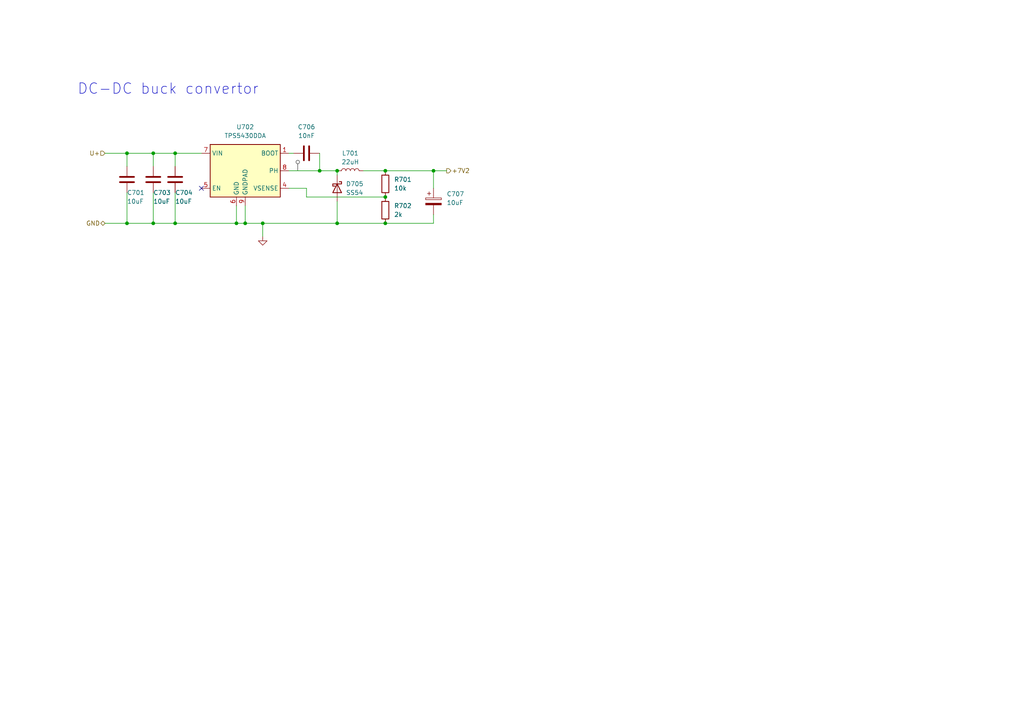
<source format=kicad_sch>
(kicad_sch (version 20231120) (generator "eeschema") (generator_version "7.99")
  (paper "A4")
  (lib_symbols
    (symbol "Device:C" (pin_numbers hide) (pin_names (offset 0.254))
      (property "Reference" "C" (at 0.635 2.54 0))
      (property "Value" "C" (at 0.635 -2.54 0))
      (symbol "C_0_1"
        (polyline (pts (xy -2.032 -0.762) (xy 2.032 -0.762)) (stroke (width 0.508)))
        (polyline (pts (xy -2.032 0.762) (xy 2.032 0.762)) (stroke (width 0.508)))
      )
      (symbol "C_1_1"
        (pin passive line (at 0 3.81 270) (length 2.794) (name "~") (number "1"))
        (pin passive line (at 0 -3.81 90) (length 2.794) (name "~") (number "2"))
      )
    )
    (symbol "Device:C_Polarized" (pin_numbers hide) (pin_names (offset 0.254))
      (property "Reference" "C" (at 0.635 2.54 0))
      (property "Value" "C_Polarized" (at 0.635 -2.54 0))
      (symbol "C_Polarized_0_1"
        (rectangle (start -2.286 0.508) (end 2.286 1.016))
        (polyline (pts (xy -1.778 2.286) (xy -0.762 2.286)))
        (polyline (pts (xy -1.27 2.794) (xy -1.27 1.778)))
        (rectangle (start 2.286 -0.508) (end -2.286 -1.016) (fill (type outline)))
      )
      (symbol "C_Polarized_1_1"
        (pin passive line (at 0 3.81 270) (length 2.794) (name "~") (number "1"))
        (pin passive line (at 0 -3.81 90) (length 2.794) (name "~") (number "2"))
      )
    )
    (symbol "Device:D_Schottky" (pin_numbers hide) (pin_names (offset 1.016) hide)
      (property "Reference" "D" (at 0 2.54 0))
      (property "Value" "D_Schottky" (at 0 -2.54 0))
      (symbol "D_Schottky_0_1"
        (polyline (pts (xy 1.27 0) (xy -1.27 0)))
        (polyline (pts (xy 1.27 1.27) (xy 1.27 -1.27) (xy -1.27 0) (xy 1.27 1.27)) (stroke (width 0.254)))
        (polyline (pts (xy -1.905 0.635) (xy -1.905 1.27) (xy -1.27 1.27) (xy -1.27 -1.27) (xy -0.635 -1.27) (xy -0.635 -0.635)) (stroke (width 0.254)))
      )
      (symbol "D_Schottky_1_1"
        (pin passive line (at -3.81 0 0) (length 2.54) (name "K") (number "1"))
        (pin passive line (at 3.81 0 180) (length 2.54) (name "A") (number "2"))
      )
    )
    (symbol "Device:L" (pin_numbers hide) (pin_names (offset 1.016) hide)
      (property "Reference" "L" (at -1.27 0 90))
      (property "Value" "L" (at 1.905 0 90))
      (symbol "L_0_1"
        (arc (start 0 -2.54) (mid 0.6323 -1.905) (end 0 -1.27))
        (arc (start 0 -1.27) (mid 0.6323 -0.635) (end 0 0))
        (arc (start 0 0) (mid 0.6323 0.635) (end 0 1.27))
        (arc (start 0 1.27) (mid 0.6323 1.905) (end 0 2.54))
      )
      (symbol "L_1_1"
        (pin passive line (at 0 3.81 270) (length 1.27) (name "1") (number "1"))
        (pin passive line (at 0 -3.81 90) (length 1.27) (name "2") (number "2"))
      )
    )
    (symbol "Device:R" (pin_numbers hide) (pin_names (offset 0))
      (property "Reference" "R" (at 2.032 0 90))
      (property "Value" "R" (at 0 0 90))
      (symbol "R_0_1"
        (rectangle (start -1.016 -2.54) (end 1.016 2.54) (stroke (width 0.254)))
      )
      (symbol "R_1_1"
        (pin passive line (at 0 3.81 270) (length 1.27) (name "~") (number "1"))
        (pin passive line (at 0 -3.81 90) (length 1.27) (name "~") (number "2"))
      )
    )
    (symbol "Regulator_Switching:TPS5430DDA"
      (property "Reference" "U" (at -10.16 8.89 0))
      (property "Value" "TPS5430DDA" (at -1.27 8.89 0))
      (symbol "TPS5430DDA_0_1"
        (rectangle (start -10.16 7.62) (end 10.16 -7.62) (stroke (width 0.254)) (fill (type background)))
      )
      (symbol "TPS5430DDA_1_1"
        (pin input line (at 12.7 5.08 180) (length 2.54) (name "BOOT") (number "1"))
        (pin no_connect line (at -10.16 2.54 0) (length 2.54) hide (name "NC") (number "2"))
        (pin no_connect line (at -10.16 -2.54 0) (length 2.54) hide (name "NC") (number "3"))
        (pin input line (at 12.7 -5.08 180) (length 2.54) (name "VSENSE") (number "4"))
        (pin input line (at -12.7 -5.08 0) (length 2.54) (name "EN") (number "5"))
        (pin power_in line (at -2.54 -10.16 90) (length 2.54) (name "GND") (number "6"))
        (pin power_in line (at -12.7 5.08 0) (length 2.54) (name "VIN") (number "7"))
        (pin output line (at 12.7 0 180) (length 2.54) (name "PH") (number "8"))
        (pin power_in line (at 0 -10.16 90) (length 2.54) (name "GNDPAD") (number "9"))
      )
    )
    (symbol "power:GND" (power) (pin_names (offset 0))
      (property "Value" "GND" (at 0 -3.81 0))
      (symbol "GND_0_1"
        (polyline (pts (xy 0 0) (xy 0 -1.27) (xy 1.27 -1.27) (xy 0 -2.54) (xy -1.27 -1.27) (xy 0 -1.27)))
      )
      (symbol "GND_1_1"
        (pin power_in line (at 0 0 270) (length 0) hide (name "GND") (number "1"))
      )
    )
  )
  (junction (at 71.12 64.77))
  (junction (at 76.2 64.77))
  (junction (at 36.83 64.77))
  (junction (at 68.58 64.77))
  (junction (at 92.71 49.53))
  (junction (at 125.73 49.53))
  (junction (at 44.45 44.45))
  (junction (at 36.83 44.45))
  (junction (at 111.76 49.53))
  (junction (at 50.8 64.77))
  (junction (at 97.79 49.53))
  (junction (at 44.45 64.77))
  (junction (at 111.76 64.77))
  (junction (at 50.8 44.45))
  (junction (at 111.76 57.15))
  (junction (at 97.79 64.77))
  (no_connect (at 58.42 54.61))
  (wire (pts (xy 44.45 55.88) (xy 44.45 64.77)))
  (wire (pts (xy 111.76 64.77) (xy 111.76 63.5)))
  (wire (pts (xy 88.9 54.61) (xy 83.82 54.61)))
  (wire (pts (xy 125.73 64.77) (xy 125.73 62.23)))
  (wire (pts (xy 36.83 64.77) (xy 44.45 64.77)))
  (wire (pts (xy 44.45 48.26) (xy 44.45 44.45)))
  (wire (pts (xy 97.79 58.42) (xy 97.79 64.77)))
  (wire (pts (xy 50.8 44.45) (xy 58.42 44.45)))
  (wire (pts (xy 83.82 49.53) (xy 92.71 49.53)))
  (wire (pts (xy 36.83 44.45) (xy 44.45 44.45)))
  (wire (pts (xy 50.8 48.26) (xy 50.8 44.45)))
  (wire (pts (xy 50.8 55.88) (xy 50.8 64.77)))
  (wire (pts (xy 44.45 44.45) (xy 50.8 44.45)))
  (wire (pts (xy 68.58 59.69) (xy 68.58 64.77)))
  (wire (pts (xy 111.76 49.53) (xy 125.73 49.53)))
  (wire (pts (xy 97.79 49.53) (xy 97.79 50.8)))
  (wire (pts (xy 76.2 64.77) (xy 76.2 68.58)))
  (wire (pts (xy 36.83 55.88) (xy 36.83 64.77)))
  (wire (pts (xy 50.8 64.77) (xy 68.58 64.77)))
  (wire (pts (xy 92.71 49.53) (xy 97.79 49.53)))
  (wire (pts (xy 30.48 44.45) (xy 36.83 44.45)))
  (wire (pts (xy 129.54 49.53) (xy 125.73 49.53)))
  (wire (pts (xy 30.48 64.77) (xy 36.83 64.77)))
  (wire (pts (xy 97.79 64.77) (xy 111.76 64.77)))
  (wire (pts (xy 68.58 64.77) (xy 71.12 64.77)))
  (wire (pts (xy 88.9 57.15) (xy 111.76 57.15)))
  (wire (pts (xy 36.83 44.45) (xy 36.83 48.26)))
  (wire (pts (xy 83.82 44.45) (xy 85.09 44.45)))
  (wire (pts (xy 125.73 49.53) (xy 125.73 54.61)))
  (wire (pts (xy 71.12 59.69) (xy 71.12 64.77)))
  (wire (pts (xy 92.71 49.53) (xy 92.71 44.45)))
  (wire (pts (xy 105.41 49.53) (xy 111.76 49.53)))
  (wire (pts (xy 88.9 54.61) (xy 88.9 57.15)))
  (wire (pts (xy 76.2 64.77) (xy 97.79 64.77)))
  (wire (pts (xy 111.76 64.77) (xy 125.73 64.77)))
  (wire (pts (xy 76.2 64.77) (xy 71.12 64.77)))
  (wire (pts (xy 44.45 64.77) (xy 50.8 64.77)))
  (text "DC-DC buck convertor" (at 48.768 25.908 0) (effects (font (size 3.048 3.048))))
  (hierarchical_label "U+" (shape input) (at 30.48 44.45 180))
  (hierarchical_label "GND" (shape bidirectional) (at 30.48 64.77 180))
  (hierarchical_label "+7V2" (shape output) (at 129.54 49.53 0))
  (netclass_flag "" (length 2.54) (shape round) (at 86.36 49.53 0) (property "Netclass" "PowerRail" (effects (hide yes))))
  (symbol (lib_id "Device:D_Schottky") (at 97.79 54.61 270) (unit 1)
    (property "Reference" "D705" (at 100.33 53.34 90) (effects (justify left)))
    (property "Value" "SS54" (at 100.33 55.88 90) (effects (justify left)))
    (property "Footprint" "Diode_SMD:D_SMA" (effects (hide yes)))
    (property "Description" "Schottky diode" (effects (hide yes)))
    (property "LCSC" "C22452" (effects (hide yes)))
  )
  (symbol (lib_id "Device:R") (at 111.76 53.34 0) (unit 1)
    (property "Reference" "R701" (at 114.3 52.07 0) (effects (justify left)))
    (property "Value" "10k" (at 114.3 54.61 0) (effects (justify left)))
    (property "Footprint" "Resistor_SMD:R_0805_2012Metric_Pad1.20x1.40mm_HandSolder" (effects (hide yes)))
    (property "Description" "Resistor" (effects (hide yes)))
    (property "LCSC" "C17414" (effects (hide yes)))
  )
  (symbol (lib_id "Device:C") (at 44.45 52.07 0) (unit 1)
    (property "Reference" "C703" (at 44.45 55.88 0) (effects (justify left)))
    (property "Value" "10uF" (at 44.45 58.42 0) (effects (justify left)))
    (property "Footprint" "Capacitor_SMD:C_1206_3216Metric" (effects (hide yes)))
    (property "Description" "Unpolarized capacitor" (effects (hide yes)))
    (property "LCSC" "C13585" (effects (hide yes)))
  )
  (symbol (lib_id "Device:C") (at 88.9 44.45 90) (unit 1)
    (property "Reference" "C706" (at 88.9 36.83 90))
    (property "Value" "10nF" (at 88.9 39.37 90))
    (property "Footprint" "Capacitor_SMD:C_0805_2012Metric" (effects (hide yes)))
    (property "Description" "Unpolarized capacitor" (effects (hide yes)))
    (property "LCSC" "C1710" (effects (hide yes)))
  )
  (symbol (lib_id "power:GND") (at 76.2 68.58 0) (unit 1)
    (property "Reference" "#PWR05" (effects (hide yes)))
    (property "Value" "GND" (effects (hide yes)))
    (property "Description" "Power symbol creates a global label with name \"GND\" , ground" (effects (hide yes)))
  )
  (symbol (lib_id "Regulator_Switching:TPS5430DDA") (at 71.12 49.53 0) (unit 1)
    (property "Reference" "U702" (at 71.12 36.83 0))
    (property "Value" "TPS5430DDA" (at 71.12 39.37 0))
    (property "Footprint" "Package_SO:TI_SO-PowerPAD-8_ThermalVias" (effects (hide yes)))
    (property "Datasheet" "http://www.ti.com/lit/ds/symlink/tps5430.pdf" (effects (hide yes)))
    (property "Description" "3A, Step Down Swift Converter, Adjustable Output Voltage, 5.5-36V Input Voltage, PowerSO-8" (effects (hide yes)))
    (property "LCSC" "C9864" (effects (hide yes)))
  )
  (symbol (lib_id "Device:L") (at 101.6 49.53 90) (unit 1)
    (property "Reference" "L701" (at 101.6 44.45 90))
    (property "Value" "22uH" (at 101.6 46.99 90))
    (property "Footprint" "Inductor_SMD:L_12x12mm_H8mm" (effects (hide yes)))
    (property "Description" "Inductor" (effects (hide yes)))
    (property "LCSC" "C693888" (effects (hide yes)))
  )
  (symbol (lib_id "Device:R") (at 111.76 60.96 0) (unit 1)
    (property "Reference" "R702" (at 114.3 59.6899 0) (effects (justify left)))
    (property "Value" "2k" (at 114.3 62.2299 0) (effects (justify left)))
    (property "Footprint" "Resistor_SMD:R_0805_2012Metric_Pad1.20x1.40mm_HandSolder" (effects (hide yes)))
    (property "Description" "Resistor" (effects (hide yes)))
    (property "LCSC" "C4310" (effects (hide yes)))
  )
  (symbol (lib_id "Device:C") (at 50.8 52.07 0) (unit 1)
    (property "Reference" "C704" (at 50.8 55.88 0) (effects (justify left)))
    (property "Value" "10uF" (at 50.8 58.42 0) (effects (justify left)))
    (property "Footprint" "Capacitor_SMD:C_1206_3216Metric" (effects (hide yes)))
    (property "Description" "Unpolarized capacitor" (effects (hide yes)))
    (property "LCSC" "C13585" (effects (hide yes)))
  )
  (symbol (lib_id "Device:C_Polarized") (at 125.73 58.42 0) (unit 1)
    (property "Reference" "C707" (at 129.54 56.261 0) (effects (justify left)))
    (property "Value" "10uF" (at 129.54 58.801 0) (effects (justify left)))
    (property "Footprint" "Capacitor_SMD:C_1206_3216Metric" (effects (hide yes)))
    (property "Description" "Polarized capacitor" (effects (hide yes)))
    (property "LCSC" "C440198" (effects (hide yes)))
  )
  (symbol (lib_id "Device:C") (at 36.83 52.07 0) (unit 1)
    (property "Reference" "C701" (at 36.83 55.88 0) (effects (justify left)))
    (property "Value" "10uF" (at 36.83 58.42 0) (effects (justify left)))
    (property "Footprint" "Capacitor_SMD:C_1206_3216Metric" (effects (hide yes)))
    (property "Description" "Unpolarized capacitor" (effects (hide yes)))
    (property "LCSC" "C13585" (effects (hide yes)))
  )
)
</source>
